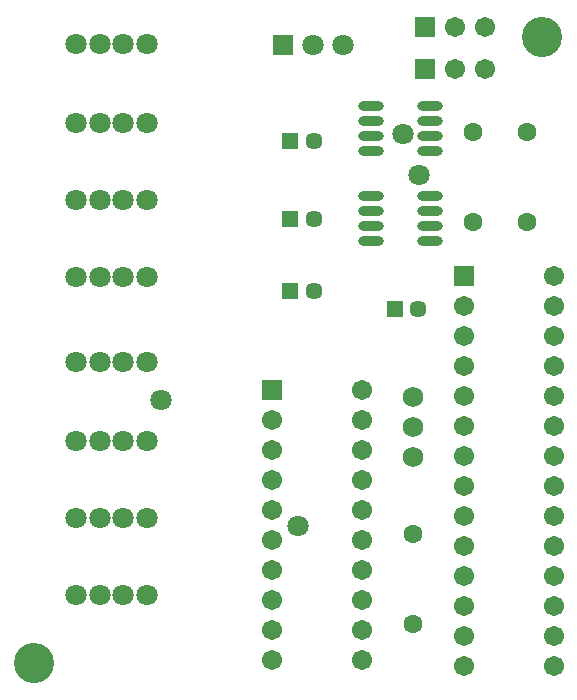
<source format=gts>
G04 CAMtasticDXP RS274-X Output*
G04 Serial Number: 0000-00-00000*
G04 File Name:C:\UA\SALbot\Gerber files\Gerbtool\Garra2\garra_pcb2.gts *
%FSLAX23Y23*%
%MOMM*%
%SFA1B1*%

%IPPOS*%
%ADD30O,2.203196X0.803198*%
%ADD31C,1.603197*%
%ADD32C,1.727197*%
%ADD33C,1.803196*%
%ADD34R,1.803196X1.803196*%
%ADD35C,1.803196*%
%ADD36C,1.703197*%
%ADD37R,1.703197X1.703197*%
%ADD38C,1.453197*%
%ADD39R,1.453197X1.453197*%
%ADD40C,1.703197*%
%ADD41R,1.703197X1.703197*%
%ADD42C,3.403193*%
G54D30*
X37045Y46864D03*
Y48134D03*
Y49404D03*
Y50674D03*
X32045Y46864D03*
Y48134D03*
Y49404D03*
Y50674D03*
X37045Y39244D03*
Y40514D03*
Y41784D03*
Y43054D03*
X32045Y39244D03*
Y40514D03*
Y41784D03*
Y43054D03*
G54D31*
X35561Y6859D03*
Y14479D03*
X40641Y40895D03*
Y48515D03*
X45213Y40895D03*
Y48515D03*
G54D32*
X35585Y20957D03*
Y23497D03*
Y26037D03*
G54D33*
X7067Y55929D03*
X9067D03*
X11067D03*
X13067D03*
X7067Y49229D03*
X9067D03*
X11067D03*
X13067D03*
X7067Y42729D03*
X9067D03*
X11067D03*
X13067D03*
X7067Y36229D03*
X9067D03*
X11067D03*
X13067D03*
X7067Y29005D03*
X9067D03*
X11067D03*
X13067D03*
X7067Y22305D03*
X9067D03*
X11067D03*
X13067D03*
X7067Y15805D03*
X9067D03*
X11067D03*
X13067D03*
X7067Y9305D03*
X9067D03*
X11067D03*
X13067D03*
X14290Y25782D03*
X34726Y48276D03*
X36151Y44876D03*
X25826Y15151D03*
G54D34*
X24635Y55881D03*
G54D35*
X27175Y55881D03*
X29715D03*
G54D36*
X41657Y57405D03*
X39117D03*
X41657Y53849D03*
X39117D03*
X47499Y3231D03*
Y5771D03*
Y8311D03*
Y10851D03*
Y13391D03*
Y15931D03*
Y18471D03*
Y21011D03*
Y23551D03*
Y26091D03*
Y28631D03*
Y31171D03*
Y33711D03*
Y36251D03*
X39879Y3231D03*
Y5771D03*
Y8311D03*
Y10851D03*
Y13391D03*
Y15931D03*
Y18471D03*
Y21011D03*
Y23551D03*
Y26091D03*
Y28631D03*
Y31171D03*
Y33711D03*
G54D37*
X36577Y57405D03*
Y53849D03*
X39879Y36251D03*
G54D38*
X27184Y47753D03*
Y41149D03*
Y35053D03*
X36053Y33529D03*
G54D39*
X25184Y47753D03*
Y41149D03*
Y35053D03*
X34053Y33529D03*
G54D40*
X31243Y3811D03*
Y6351D03*
Y8891D03*
Y11431D03*
Y13971D03*
Y16511D03*
Y19051D03*
Y21591D03*
Y24131D03*
Y26671D03*
X23623Y3811D03*
Y6351D03*
Y8891D03*
Y11431D03*
Y13971D03*
Y16511D03*
Y19051D03*
Y21591D03*
Y24131D03*
G54D41*
X23623Y26671D03*
G54D42*
X3501Y3501D03*
X46501Y56501D03*
M02*
</source>
